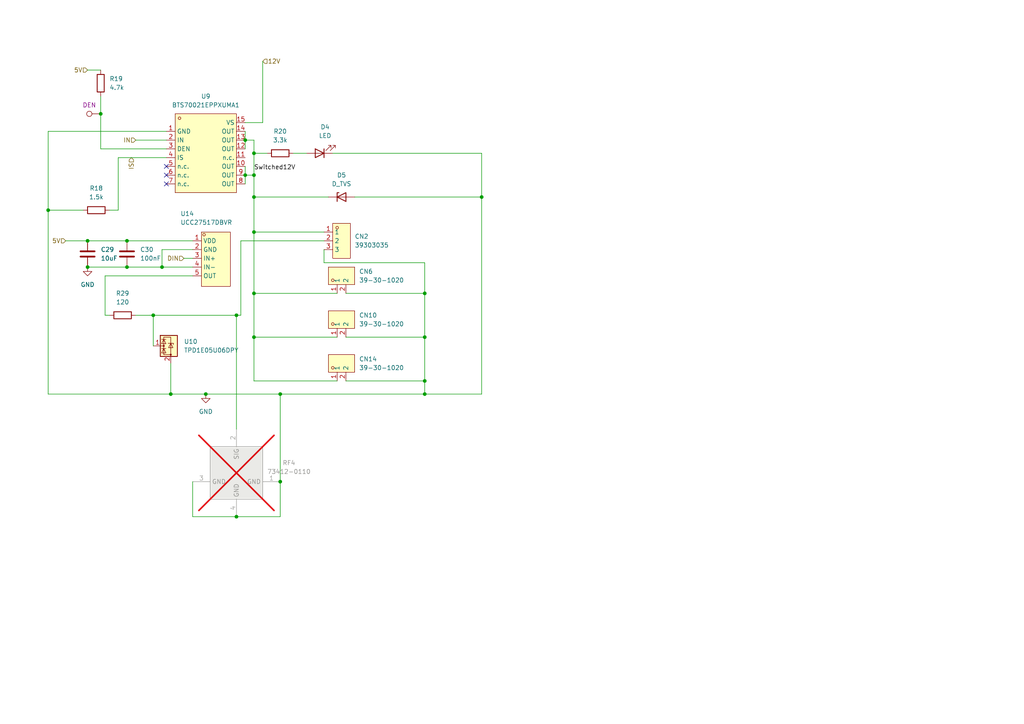
<source format=kicad_sch>
(kicad_sch (version 20250114) (generator "eeschema") (generator_version "9.0")
  (paper "A4")
  (lib_symbols
    (symbol "Device:C" (pin_numbers (hide yes)) (pin_names (offset 0.254))
      (property "Reference" "C" (at 0.635 2.54 0))
      (property "Value" "C" (at 0.635 -2.54 0))
      (symbol "C_0_1"
        (polyline (pts (xy -2.032 0.762) (xy 2.032 0.762)) (stroke (width 0.508)))
        (polyline (pts (xy -2.032 -0.762) (xy 2.032 -0.762)) (stroke (width 0.508)))
      )
      (symbol "C_1_1"
        (pin passive line (at 0 3.81 270) (length 2.794) (name "~") (number "1"))
        (pin passive line (at 0 -3.81 90) (length 2.794) (name "~") (number "2"))
      )
    )
    (symbol "Device:D_Zener" (pin_numbers (hide yes)) (pin_names (offset 1.016) (hide yes))
      (property "Reference" "D" (at 0 2.54 0))
      (property "Value" "D_Zener" (at 0 -2.54 0))
      (symbol "D_Zener_0_1"
        (polyline (pts (xy -1.27 -1.27) (xy -1.27 1.27) (xy -0.762 1.27)) (stroke (width 0.254)))
        (polyline (pts (xy 1.27 0) (xy -1.27 0)))
        (polyline (pts (xy 1.27 -1.27) (xy 1.27 1.27) (xy -1.27 0) (xy 1.27 -1.27)) (stroke (width 0.254)))
      )
      (symbol "D_Zener_1_1"
        (pin passive line (at -3.81 0 0) (length 2.54) (name "K") (number "1"))
        (pin passive line (at 3.81 0 180) (length 2.54) (name "A") (number "2"))
      )
    )
    (symbol "Device:LED" (pin_numbers (hide yes)) (pin_names (offset 1.016) (hide yes))
      (property "Reference" "D" (at 0 2.54 0))
      (property "Value" "LED" (at 0 -2.54 0))
      (symbol "LED_0_1"
        (polyline (pts (xy -3.048 -0.762) (xy -4.572 -2.286) (xy -3.81 -2.286) (xy -4.572 -2.286) (xy -4.572 -1.524)))
        (polyline (pts (xy -1.778 -0.762) (xy -3.302 -2.286) (xy -2.54 -2.286) (xy -3.302 -2.286) (xy -3.302 -1.524)))
        (polyline (pts (xy -1.27 0) (xy 1.27 0)))
        (polyline (pts (xy -1.27 -1.27) (xy -1.27 1.27)) (stroke (width 0.254)))
        (polyline (pts (xy 1.27 -1.27) (xy 1.27 1.27) (xy -1.27 0) (xy 1.27 -1.27)) (stroke (width 0.254)))
      )
      (symbol "LED_1_1"
        (pin passive line (at -3.81 0 0) (length 2.54) (name "K") (number "1"))
        (pin passive line (at 3.81 0 180) (length 2.54) (name "A") (number "2"))
      )
    )
    (symbol "Device:R" (pin_numbers (hide yes)) (pin_names (offset 0))
      (property "Reference" "R" (at 2.032 0 90))
      (property "Value" "R" (at 0 0 90))
      (symbol "R_0_1"
        (rectangle (start -1.016 -2.54) (end 1.016 2.54) (stroke (width 0.254)))
      )
      (symbol "R_1_1"
        (pin passive line (at 0 3.81 270) (length 1.27) (name "~") (number "1"))
        (pin passive line (at 0 -3.81 90) (length 1.27) (name "~") (number "2"))
      )
    )
    (symbol "Power_Protection:TPD1E05U06DPY" (pin_names (offset 0) (hide yes))
      (property "Reference" "U" (at -2.54 3.175 0))
      (property "Value" "TPD1E05U06DPY" (at 1.27 3.175 0))
      (symbol "TPD1E05U06DPY_0_1"
        (rectangle (start -3.048 1.905) (end 3.048 -3.048) (stroke (width 0.254)) (fill (type background)))
        (polyline (pts (xy -2.54 -2.032) (xy -2.54 0)))
        (polyline (pts (xy -1.905 -2.032) (xy -0.635 -1.397) (xy -0.635 -2.667) (xy -1.905 -2.032)))
        (polyline (pts (xy -1.905 -2.667) (xy -1.905 -1.397)))
        (polyline (pts (xy -1.016 0) (xy -2.54 0)))
        (polyline (pts (xy -0.762 0.762) (xy -0.762 0.762)))
        (polyline (pts (xy -0.762 0) (xy 0.508 0.635) (xy 0.508 -0.635) (xy -0.762 0)))
        (polyline (pts (xy -0.762 -0.762) (xy -0.762 0.762)))
        (polyline (pts (xy -0.635 -2.032) (xy -2.54 -2.032)))
        (polyline (pts (xy -0.635 -2.032) (xy 0.635 -2.032)))
        (polyline (pts (xy -0.381 0.762) (xy -0.762 0.762)))
        (circle (center 0 -2.032) (radius 0.2032) (fill (type outline)))
        (polyline (pts (xy 0 -2.54) (xy 0 -2.032)))
        (polyline (pts (xy 0.762 -2.032) (xy 2.032 -1.397) (xy 2.032 -2.667) (xy 0.762 -2.032)))
        (polyline (pts (xy 0.762 -2.667) (xy 0.762 -1.397)))
        (polyline (pts (xy 0.889 0) (xy -1.016 0)))
        (polyline (pts (xy 0.889 0) (xy -1.016 0)))
        (polyline (pts (xy 0.889 0) (xy 2.54 0)))
        (circle (center 2.54 0) (radius 0.2032) (fill (type outline)))
        (polyline (pts (xy 2.54 -2.032) (xy 0.635 -2.032)))
        (polyline (pts (xy 2.54 -2.032) (xy 0.635 -2.032)))
        (polyline (pts (xy 2.54 -2.032) (xy 2.54 0)))
      )
      (symbol "TPD1E05U06DPY_1_1"
        (pin passive line (at 0 -5.08 90) (length 2.54) (name "I/O") (number "1"))
        (pin power_in line (at 5.08 0 180) (length 2.54) (name "GND") (number "2"))
      )
    )
    (symbol "easyeda2kicad:39-30-1020"
      (property "Reference" "CN" (at 0 6.35 0))
      (property "Value" "39-30-1020" (at 0 -6.35 0))
      (symbol "39-30-1020_0_1"
        (rectangle (start -3.81 3.81) (end 1.27 -3.81) (fill (type background)))
        (circle (center 0 -2.54) (radius 0.38))
        (pin unspecified line (at 3.81 1.27 180) (length 2.54) (name "2") (number "2"))
        (pin unspecified line (at 3.81 -1.27 180) (length 2.54) (name "1") (number "1"))
      )
    )
    (symbol "easyeda2kicad:39303035"
      (property "Reference" "CN" (at 0 7.62 0))
      (property "Value" "39303035" (at 0 -7.62 0))
      (symbol "39303035_0_1"
        (rectangle (start -2.54 5.08) (end 2.54 -5.08) (fill (type background)))
        (circle (center -1.27 3.81) (radius 0.38))
        (pin unspecified line (at -5.08 2.54 0) (length 2.54) (name "1") (number "1"))
        (pin unspecified line (at -5.08 0 0) (length 2.54) (name "2") (number "2"))
        (pin unspecified line (at -5.08 -2.54 0) (length 2.54) (name "3") (number "3"))
      )
    )
    (symbol "easyeda2kicad:73412-0110"
      (property "Reference" "RF" (at 0 20.32 0))
      (property "Value" "73412-0110" (at 0 -15.24 0))
      (symbol "73412-0110_0_1"
        (rectangle (start -7.62 10.16) (end 7.62 -5.08) (fill (type background)))
        (pin unspecified line (at -12.7 5.08 0) (length 5.08) (name "GND") (number "1"))
        (pin unspecified line (at 0 15.24 270) (length 5.08) (name "GND") (number "4"))
        (pin unspecified line (at 0 -10.16 90) (length 5.08) (name "SIG") (number "2"))
        (pin unspecified line (at 12.7 5.08 180) (length 5.08) (name "GND") (number "3"))
      )
    )
    (symbol "easyeda2kicad:BTS70021EPPXUMA1"
      (property "Reference" "U" (at 0 13.97 0))
      (property "Value" "BTS70021EPPXUMA1" (at 0 -13.97 0))
      (symbol "BTS70021EPPXUMA1_0_1"
        (rectangle (start -8.89 11.43) (end 8.89 -11.43) (fill (type background)))
        (circle (center -7.62 10.16) (radius 0.38))
        (pin unspecified line (at -11.43 6.35 0) (length 2.54) (name "GND") (number "1"))
        (pin unspecified line (at -11.43 3.81 0) (length 2.54) (name "IN") (number "2"))
        (pin unspecified line (at -11.43 1.27 0) (length 2.54) (name "DEN") (number "3"))
        (pin unspecified line (at -11.43 -1.27 0) (length 2.54) (name "IS") (number "4"))
        (pin unspecified line (at -11.43 -3.81 0) (length 2.54) (name "n.c.") (number "5"))
        (pin unspecified line (at -11.43 -6.35 0) (length 2.54) (name "n.c.") (number "6"))
        (pin unspecified line (at -11.43 -8.89 0) (length 2.54) (name "n.c.") (number "7"))
        (pin unspecified line (at 11.43 8.89 180) (length 2.54) (name "VS") (number "15"))
        (pin unspecified line (at 11.43 6.35 180) (length 2.54) (name "OUT") (number "14"))
        (pin unspecified line (at 11.43 3.81 180) (length 2.54) (name "OUT") (number "13"))
        (pin unspecified line (at 11.43 1.27 180) (length 2.54) (name "OUT") (number "12"))
        (pin unspecified line (at 11.43 -1.27 180) (length 2.54) (name "n.c.") (number "11"))
        (pin unspecified line (at 11.43 -3.81 180) (length 2.54) (name "OUT") (number "10"))
        (pin unspecified line (at 11.43 -6.35 180) (length 2.54) (name "OUT") (number "9"))
        (pin unspecified line (at 11.43 -8.89 180) (length 2.54) (name "OUT") (number "8"))
      )
    )
    (symbol "easyeda2kicad:LabeledTestPoint" (pin_numbers (hide yes)) (pin_names (offset 0.762) (hide yes)) (in_bom no)
      (property "Label" "label" (at 0 5.08 0))
      (symbol "LabeledTestPoint_0_1"
        (circle (center 0 3.302) (radius 0.762))
      )
      (symbol "LabeledTestPoint_1_1"
        (pin passive line (at 0 0 90) (length 2.54) (name "1") (number "1"))
      )
    )
    (symbol "easyeda2kicad:UCC27517DBVR"
      (property "Reference" "U" (at 0 10.16 0))
      (property "Value" "UCC27517DBVR" (at 0 -10.16 0))
      (symbol "UCC27517DBVR_0_1"
        (rectangle (start -2.54 7.62) (end 5.84 -8.13) (fill (type background)))
        (circle (center -1.78 6.86) (radius 0.38))
        (pin unspecified line (at -5.08 5.08 0) (length 2.54) (name "VDD") (number "1"))
        (pin unspecified line (at -5.08 2.54 0) (length 2.54) (name "GND") (number "2"))
        (pin unspecified line (at -5.08 0 0) (length 2.54) (name "IN+") (number "3"))
        (pin unspecified line (at -5.08 -2.54 0) (length 2.54) (name "IN-") (number "4"))
        (pin unspecified line (at -5.08 -5.08 0) (length 2.54) (name "OUT") (number "5"))
      )
    )
    (symbol "power:GND" (power) (pin_numbers (hide yes)) (pin_names (offset 0) (hide yes))
      (property "Value" "GND" (at 0 -3.81 0))
      (symbol "GND_0_1"
        (polyline (pts (xy 0 0) (xy 0 -1.27) (xy 1.27 -1.27) (xy 0 -2.54) (xy -1.27 -1.27) (xy 0 -1.27)))
      )
      (symbol "GND_1_1"
        (pin power_in line (at 0 0 270) (length 0) (name "~") (number "1"))
      )
    )
  )
  (junction (at 123.19 114.3))
  (junction (at 44.45 91.44))
  (junction (at 29.21 33.02))
  (junction (at 36.83 69.85))
  (junction (at 46.99 77.47))
  (junction (at 123.19 110.49))
  (junction (at 139.7 57.15))
  (junction (at 71.12 40.64))
  (junction (at 71.12 50.8))
  (junction (at 25.4 69.85))
  (junction (at 73.66 57.15))
  (junction (at 13.97 60.96))
  (junction (at 68.58 149.86))
  (junction (at 49.53 114.3))
  (junction (at 81.28 114.3))
  (junction (at 73.66 67.31))
  (junction (at 25.4 77.47))
  (junction (at 123.19 97.79))
  (junction (at 73.66 85.09))
  (junction (at 73.66 50.8))
  (junction (at 81.28 139.7))
  (junction (at 123.19 85.09))
  (junction (at 59.69 114.3))
  (junction (at 68.58 91.44))
  (junction (at 73.66 97.79))
  (junction (at 73.66 44.45))
  (junction (at 36.83 77.47))
  (no_connect (at 48.26 50.8))
  (no_connect (at 48.26 48.26))
  (no_connect (at 48.26 53.34))
  (wire (pts (xy 13.97 114.3) (xy 49.53 114.3)))
  (wire (pts (xy 76.2 35.56) (xy 71.12 35.56)))
  (wire (pts (xy 73.66 110.49) (xy 97.79 110.49)))
  (wire (pts (xy 13.97 60.96) (xy 24.13 60.96)))
  (wire (pts (xy 73.66 85.09) (xy 97.79 85.09)))
  (wire (pts (xy 55.88 149.86) (xy 68.58 149.86)))
  (wire (pts (xy 73.66 67.31) (xy 93.98 67.31)))
  (wire (pts (xy 30.48 91.44) (xy 31.75 91.44)))
  (wire (pts (xy 73.66 50.8) (xy 71.12 50.8)))
  (wire (pts (xy 73.66 57.15) (xy 95.25 57.15)))
  (wire (pts (xy 71.12 50.8) (xy 71.12 53.34)))
  (wire (pts (xy 19.05 69.85) (xy 25.4 69.85)))
  (wire (pts (xy 29.21 33.02) (xy 29.21 43.18)))
  (wire (pts (xy 44.45 91.44) (xy 39.37 91.44)))
  (wire (pts (xy 139.7 44.45) (xy 139.7 57.15)))
  (wire (pts (xy 73.66 97.79) (xy 97.79 97.79)))
  (wire (pts (xy 76.2 17.78) (xy 76.2 35.56)))
  (wire (pts (xy 13.97 60.96) (xy 13.97 114.3)))
  (wire (pts (xy 123.19 110.49) (xy 123.19 114.3)))
  (wire (pts (xy 30.48 80.01) (xy 30.48 91.44)))
  (wire (pts (xy 71.12 40.64) (xy 71.12 43.18)))
  (wire (pts (xy 69.85 69.85) (xy 93.98 69.85)))
  (wire (pts (xy 30.48 80.01) (xy 55.88 80.01)))
  (wire (pts (xy 93.98 72.39) (xy 93.98 76.2)))
  (wire (pts (xy 55.88 72.39) (xy 46.99 72.39)))
  (wire (pts (xy 71.12 40.64) (xy 73.66 40.64)))
  (wire (pts (xy 59.69 114.3) (xy 81.28 114.3)))
  (wire (pts (xy 49.53 114.3) (xy 59.69 114.3)))
  (wire (pts (xy 93.98 76.2) (xy 123.19 76.2)))
  (wire (pts (xy 34.29 60.96) (xy 34.29 45.72)))
  (wire (pts (xy 73.66 67.31) (xy 73.66 85.09)))
  (wire (pts (xy 71.12 48.26) (xy 71.12 50.8)))
  (wire (pts (xy 81.28 139.7) (xy 81.28 114.3)))
  (wire (pts (xy 39.37 40.64) (xy 48.26 40.64)))
  (wire (pts (xy 25.4 69.85) (xy 36.83 69.85)))
  (wire (pts (xy 100.33 97.79) (xy 123.19 97.79)))
  (wire (pts (xy 36.83 77.47) (xy 46.99 77.47)))
  (wire (pts (xy 139.7 114.3) (xy 123.19 114.3)))
  (wire (pts (xy 53.34 74.93) (xy 55.88 74.93)))
  (wire (pts (xy 29.21 27.94) (xy 29.21 33.02)))
  (wire (pts (xy 96.52 44.45) (xy 139.7 44.45)))
  (wire (pts (xy 73.66 97.79) (xy 73.66 110.49)))
  (wire (pts (xy 48.26 38.1) (xy 13.97 38.1)))
  (wire (pts (xy 73.66 57.15) (xy 73.66 67.31)))
  (wire (pts (xy 123.19 85.09) (xy 123.19 97.79)))
  (wire (pts (xy 68.58 91.44) (xy 68.58 124.46)))
  (wire (pts (xy 73.66 85.09) (xy 73.66 97.79)))
  (wire (pts (xy 46.99 77.47) (xy 55.88 77.47)))
  (wire (pts (xy 68.58 91.44) (xy 69.85 91.44)))
  (wire (pts (xy 13.97 38.1) (xy 13.97 60.96)))
  (wire (pts (xy 44.45 91.44) (xy 44.45 100.33)))
  (wire (pts (xy 73.66 40.64) (xy 73.66 44.45)))
  (wire (pts (xy 73.66 44.45) (xy 77.47 44.45)))
  (wire (pts (xy 69.85 69.85) (xy 69.85 91.44)))
  (wire (pts (xy 85.09 44.45) (xy 88.9 44.45)))
  (wire (pts (xy 81.28 149.86) (xy 81.28 139.7)))
  (wire (pts (xy 29.21 43.18) (xy 48.26 43.18)))
  (wire (pts (xy 31.75 60.96) (xy 34.29 60.96)))
  (wire (pts (xy 102.87 57.15) (xy 139.7 57.15)))
  (wire (pts (xy 25.4 20.32) (xy 29.21 20.32)))
  (wire (pts (xy 73.66 50.8) (xy 73.66 57.15)))
  (wire (pts (xy 44.45 91.44) (xy 68.58 91.44)))
  (wire (pts (xy 81.28 114.3) (xy 123.19 114.3)))
  (wire (pts (xy 123.19 97.79) (xy 123.19 110.49)))
  (wire (pts (xy 68.58 149.86) (xy 81.28 149.86)))
  (wire (pts (xy 123.19 76.2) (xy 123.19 85.09)))
  (wire (pts (xy 36.83 69.85) (xy 55.88 69.85)))
  (wire (pts (xy 55.88 139.7) (xy 55.88 149.86)))
  (wire (pts (xy 46.99 72.39) (xy 46.99 77.47)))
  (wire (pts (xy 73.66 44.45) (xy 73.66 50.8)))
  (wire (pts (xy 100.33 110.49) (xy 123.19 110.49)))
  (wire (pts (xy 36.83 77.47) (xy 25.4 77.47)))
  (wire (pts (xy 100.33 85.09) (xy 123.19 85.09)))
  (wire (pts (xy 139.7 57.15) (xy 139.7 114.3)))
  (wire (pts (xy 34.29 45.72) (xy 48.26 45.72)))
  (wire (pts (xy 71.12 38.1) (xy 71.12 40.64)))
  (wire (pts (xy 49.53 105.41) (xy 49.53 114.3)))
  (label "Switched12V" (at 73.66 49.53 0))
  (hierarchical_label "5V" (shape input) (at 25.4 20.32 180))
  (hierarchical_label "5V" (shape input) (at 19.05 69.85 180))
  (hierarchical_label "12V" (shape input) (at 76.2 17.78 0))
  (hierarchical_label "IS" (shape input) (at 38.1 45.72 270))
  (hierarchical_label "IN" (shape input) (at 39.37 40.64 180))
  (hierarchical_label "DIN" (shape input) (at 53.34 74.93 180))
  (symbol (lib_id "power:GND") (at 25.4 77.47 0) (unit 1)
    (property "Reference" "#PWR01" (effects (hide yes)))
    (property "Value" "GND" (at 25.4 82.55 0))
    (property "Description" "Power symbol creates a global label with name \"GND\" , ground" (effects (hide yes)))
    (instances (project "low_profile" (path "" (reference "#PWR02") (unit 1)) (path "" (reference "#PWR01") (unit 1))))
  )
  (symbol (lib_id "easyeda2kicad:39-30-1020") (at 99.06 81.28 270) (unit 1)
    (property "Reference" "CN5" (at 104.14 78.7399 90) (effects (justify left)))
    (property "Value" "39-30-1020" (at 104.14 81.2799 90) (effects (justify left)))
    (property "Footprint" "easyeda2kicad:CONN-TH_2P-P5.50_39-30-1020" (effects (hide yes)))
    (property "Datasheet" "https://lcsc.com/product-detail/Others_MOLEX_39-30-1020_MOLEX-39-30-1020_C240832.html" (effects (hide yes)))
    (property "LCSC Part" "C240832" (effects (hide yes)))
    (instances (project "" (path "" (reference "CN6") (unit 1)) (path "" (reference "CN5") (unit 1))))
  )
  (symbol (lib_id "Device:R") (at 29.21 24.13 0) (unit 1)
    (property "Reference" "R16" (at 31.75 22.8599 0) (effects (justify left)))
    (property "Value" "4.7k" (at 31.75 25.3999 0) (effects (justify left)))
    (property "Footprint" "Resistor_SMD:R_0603_1608Metric" (effects (hide yes)))
    (property "Description" "Resistor" (effects (hide yes)))
    (instances (project "leds" (path "" (reference "R19") (unit 1)) (path "" (reference "R16") (unit 1))))
  )
  (symbol (lib_id "Device:LED") (at 92.71 44.45 180) (unit 1)
    (property "Reference" "D2" (at 94.2975 36.83 0))
    (property "Value" "LED" (at 94.2975 39.37 0))
    (property "Footprint" "LED_SMD:LED_0603_1608Metric" (effects (hide yes)))
    (property "Description" "Light emitting diode" (effects (hide yes)))
    (property "Sim.Pins" "1=K 2=A" (effects (hide yes)))
    (property "LCSC Part" "C2286" (effects (hide yes)))
    (instances (project "" (path "" (reference "D4") (unit 1)) (path "" (reference "D2") (unit 1))))
  )
  (symbol (lib_id "Power_Protection:TPD1E05U06DPY") (at 49.53 100.33 270) (unit 1)
    (property "Reference" "U7" (at 53.34 99.0599 90) (effects (justify left)))
    (property "Value" "TPD1E05U06DPY" (at 53.34 101.5999 90) (effects (justify left)))
    (property "Footprint" "Package_SON:Texas_DPY0002A_0.6x1mm_P0.65mm" (effects (hide yes)))
    (property "Datasheet" "https://www.ti.com/lit/ds/symlink/tpd1e05u06.pdf" (effects (hide yes)))
    (property "Description" "1-Channel ESD Protection for Super-Speed USB 3.0 Interface, X1SON-2" (effects (hide yes)))
    (instances (project "" (path "" (reference "U10") (unit 1)) (path "" (reference "U7") (unit 1))))
  )
  (symbol (lib_id "Device:R") (at 35.56 91.44 90) (unit 1)
    (property "Reference" "R28" (at 35.56 85.09 90))
    (property "Value" "120" (at 35.56 87.63 90))
    (property "Footprint" "Resistor_SMD:R_1210_3225Metric_Pad1.30x2.65mm_HandSolder" (effects (hide yes)))
    (property "Description" "Resistor" (effects (hide yes)))
    (instances (project "low_profile" (path "" (reference "R29") (unit 1)) (path "" (reference "R28") (unit 1))))
  )
  (symbol (lib_id "easyeda2kicad:39-30-1020") (at 99.06 106.68 270) (unit 1)
    (property "Reference" "CN13" (at 104.14 104.1399 90) (effects (justify left)))
    (property "Value" "39-30-1020" (at 104.14 106.6799 90) (effects (justify left)))
    (property "Footprint" "easyeda2kicad:CONN-TH_2P-P5.50_39-30-1020" (effects (hide yes)))
    (property "Datasheet" "https://lcsc.com/product-detail/Others_MOLEX_39-30-1020_MOLEX-39-30-1020_C240832.html" (effects (hide yes)))
    (property "LCSC Part" "C240832" (effects (hide yes)))
    (instances (project "low_profile" (path "" (reference "CN14") (unit 1)) (path "" (reference "CN13") (unit 1))))
  )
  (symbol (lib_id "Device:D_Zener") (at 99.06 57.15 0) (unit 1)
    (property "Reference" "D3" (at 99.06 50.8 0))
    (property "Value" "D_TVS" (at 99.06 53.34 0))
    (property "Footprint" "Diode_SMD:D_SMB" (effects (hide yes)))
    (property "Description" "TVS diode" (effects (hide yes)))
    (property "LCSC Part" "C151256" (effects (hide yes)))
    (instances (project "" (path "" (reference "D5") (unit 1)) (path "" (reference "D3") (unit 1))))
  )
  (symbol (lib_id "Device:R") (at 27.94 60.96 270) (unit 1)
    (property "Reference" "R15" (at 27.94 54.61 90))
    (property "Value" "1.5k" (at 27.94 57.15 90))
    (property "Footprint" "Resistor_SMD:R_0603_1608Metric" (effects (hide yes)))
    (property "Description" "Resistor" (effects (hide yes)))
    (instances (project "leds" (path "" (reference "R18") (unit 1)) (path "" (reference "R15") (unit 1))))
  )
  (symbol (lib_id "easyeda2kicad:BTS70021EPPXUMA1") (at 59.69 44.45 0) (unit 1)
    (property "Reference" "U8" (at 59.69 27.94 0))
    (property "Value" "BTS70021EPPXUMA1" (at 59.69 30.48 0))
    (property "Footprint" "easyeda2kicad:PG-TSDSO-14_L4.9-W3.9-P0.65-LS6.0-BL-EP" (effects (hide yes)))
    (property "LCSC Part" "C2680407" (effects (hide yes)))
    (instances (project "leds" (path "" (reference "U9") (unit 1)) (path "" (reference "U8") (unit 1))))
  )
  (symbol (lib_id "easyeda2kicad:73412-0110") (at 68.58 134.62 180) (unit 1) (in_bom no) (dnp yes)
    (property "Reference" "RF3" (at 83.82 134.2546 0))
    (property "Value" "73412-0110" (at 83.82 136.7946 0))
    (property "Footprint" "easyeda2kicad:ANT-SMD_73412-0110" (effects (hide yes)))
    (property "Datasheet" "https://lcsc.com/product-detail/RF-Connectors-Coaxial-Connectors_MOLEX-73412-0110_C434806.html" (effects (hide yes)))
    (property "LCSC Part" "C434806" (effects (hide yes)))
    (instances (project "low_profile" (path "" (reference "RF4") (unit 1)) (path "" (reference "RF3") (unit 1))))
  )
  (symbol (lib_id "Device:C") (at 25.4 73.66 0) (unit 1)
    (property "Reference" "C27" (at 29.21 72.3899 0) (effects (justify left)))
    (property "Value" "10uF" (at 29.21 74.9299 0) (effects (justify left)))
    (property "Footprint" "Capacitor_SMD:C_0603_1608Metric" (effects (hide yes)))
    (property "Description" "Unpolarized capacitor" (effects (hide yes)))
    (instances (project "low_profile" (path "" (reference "C29") (unit 1)) (path "" (reference "C27") (unit 1))))
  )
  (symbol (lib_id "power:GND") (at 59.69 114.3 0) (unit 1)
    (property "Reference" "#PWR022" (effects (hide yes)))
    (property "Value" "GND" (at 59.69 119.38 0))
    (property "Description" "Power symbol creates a global label with name \"GND\" , ground" (effects (hide yes)))
    (instances (project "leds" (path "" (reference "#PWR023") (unit 1)) (path "" (reference "#PWR022") (unit 1))))
  )
  (symbol (lib_id "Device:C") (at 36.83 73.66 0) (unit 1)
    (property "Reference" "C28" (at 40.64 72.3899 0) (effects (justify left)))
    (property "Value" "100nF" (at 40.64 74.9299 0) (effects (justify left)))
    (property "Footprint" "Capacitor_SMD:C_0603_1608Metric" (effects (hide yes)))
    (property "Description" "Unpolarized capacitor" (effects (hide yes)))
    (instances (project "low_profile" (path "" (reference "C30") (unit 1)) (path "" (reference "C28") (unit 1))))
  )
  (symbol (lib_id "easyeda2kicad:39303035") (at 99.06 69.85 0) (unit 1)
    (property "Reference" "CN1" (at 102.87 68.5799 0) (effects (justify left)))
    (property "Value" "39303035" (at 102.87 71.1199 0) (effects (justify left)))
    (property "Footprint" "easyeda2kicad:CONN-TH_39303035" (effects (hide yes)))
    (property "LCSC Part" "C505179" (effects (hide yes)))
    (instances (project "" (path "" (reference "CN2") (unit 1)) (path "" (reference "CN1") (unit 1))))
  )
  (symbol (lib_id "easyeda2kicad:LabeledTestPoint") (at 29.21 33.02 90) (unit 1) (in_bom no)
    (property "Reference" "TP15" (effects (hide yes)))
    (property "Value" "LabeledTestPoint" (effects (hide yes)))
    (property "Footprint" "easyeda2kicad:LabeledTestPoint" (effects (hide yes)))
    (property "Description" "test point" (effects (hide yes)))
    (property "Label" "DEN" (at 25.908 30.48 90))
    (instances (project "" (path "" (reference "TP16") (unit 1)) (path "" (reference "TP15") (unit 1))))
  )
  (symbol (lib_id "Device:R") (at 81.28 44.45 90) (unit 1)
    (property "Reference" "R17" (at 81.28 38.1 90))
    (property "Value" "3.3k" (at 81.28 40.64 90))
    (property "Footprint" "Resistor_SMD:R_0603_1608Metric" (effects (hide yes)))
    (property "Description" "Resistor" (effects (hide yes)))
    (instances (project "leds" (path "" (reference "R20") (unit 1)) (path "" (reference "R17") (unit 1))))
  )
  (symbol (lib_id "easyeda2kicad:UCC27517DBVR") (at 60.96 74.93 0) (unit 1)
    (property "Reference" "U13" (at 52.324 61.976 0) (effects (justify left)))
    (property "Value" "UCC27517DBVR" (at 52.324 64.516 0) (effects (justify left)))
    (property "Footprint" "easyeda2kicad:SOT-23-5_L3.0-W1.7-P0.95-LS2.8-BR" (effects (hide yes)))
    (property "Datasheet" "https://lcsc.com/product-detail/MOS-Drivers_TI_UCC27517DBVR_UCC27517DBVR_C99395.html" (effects (hide yes)))
    (property "LCSC Part" "C99395" (effects (hide yes)))
    (instances (project "low_profile" (path "" (reference "U14") (unit 1)) (path "" (reference "U13") (unit 1))))
  )
  (symbol (lib_id "easyeda2kicad:39-30-1020") (at 99.06 93.98 270) (unit 1)
    (property "Reference" "CN9" (at 104.14 91.4399 90) (effects (justify left)))
    (property "Value" "39-30-1020" (at 104.14 93.9799 90) (effects (justify left)))
    (property "Footprint" "easyeda2kicad:CONN-TH_2P-P5.50_39-30-1020" (effects (hide yes)))
    (property "Datasheet" "https://lcsc.com/product-detail/Others_MOLEX_39-30-1020_MOLEX-39-30-1020_C240832.html" (effects (hide yes)))
    (property "LCSC Part" "C240832" (effects (hide yes)))
    (instances (project "low_profile" (path "" (reference "CN10") (unit 1)) (path "" (reference "CN9") (unit 1))))
  )
)
</source>
